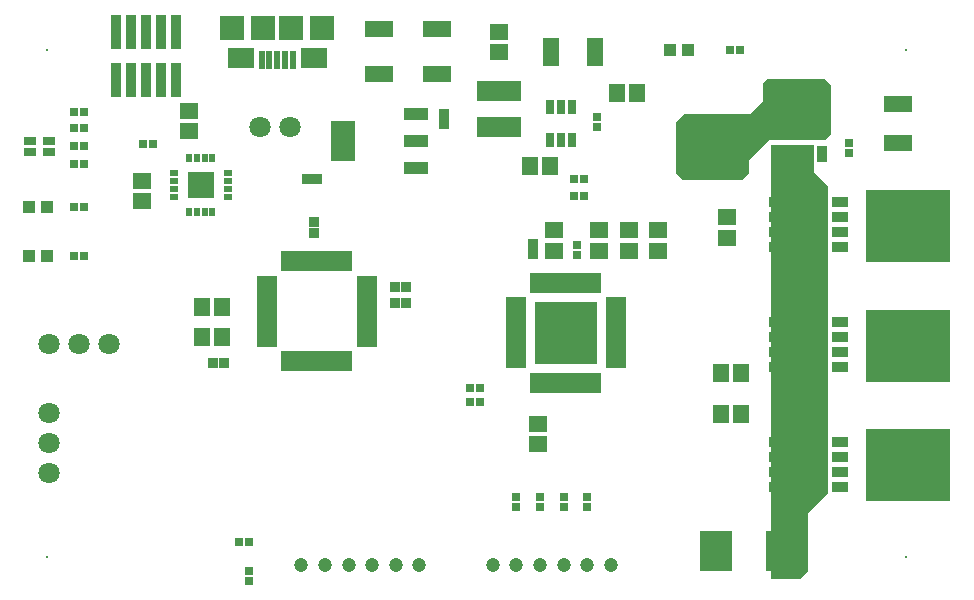
<source format=gts>
G04 Layer_Color=8388736*
%FSLAX25Y25*%
%MOIN*%
G70*
G01*
G75*
%ADD61R,0.03162X0.02965*%
%ADD62R,0.03202X0.05800*%
%ADD63R,0.16194X0.15800*%
%ADD64R,0.05524X0.06312*%
%ADD65R,0.06312X0.05524*%
%ADD66R,0.28359X0.24422*%
%ADD67R,0.03241X0.03398*%
%ADD68R,0.03398X0.03241*%
%ADD69R,0.09265X0.05800*%
%ADD70R,0.08083X0.04343*%
%ADD71R,0.08083X0.13398*%
%ADD72R,0.14973X0.06706*%
%ADD73R,0.05800X0.09265*%
%ADD74R,0.02375X0.06115*%
%ADD75R,0.02375X0.06135*%
%ADD76R,0.09068X0.07099*%
%ADD77R,0.07887X0.08280*%
%ADD78R,0.08280X0.08280*%
%ADD79R,0.02965X0.03162*%
%ADD80R,0.03162X0.04737*%
%ADD81R,0.03950X0.02965*%
%ADD82R,0.02768X0.01981*%
%ADD83R,0.01981X0.02768*%
%ADD84R,0.09068X0.09068*%
%ADD85R,0.03950X0.03950*%
%ADD86R,0.01981X0.06509*%
%ADD87R,0.06509X0.01981*%
%ADD88R,0.10642X0.13202*%
%ADD89R,0.21154X0.21154*%
%ADD90R,0.05800X0.03202*%
%ADD91R,0.15800X0.16194*%
%ADD92R,0.03800X0.11800*%
%ADD93C,0.07099*%
%ADD94C,0.04737*%
%ADD95C,0.00800*%
%ADD96C,0.02768*%
%ADD97C,0.03556*%
G36*
X678740Y424016D02*
X683465Y419291D01*
X683465Y316929D01*
X676772Y310236D01*
Y290945D01*
X674016Y288189D01*
X664567Y288189D01*
X664567Y433071D01*
X678740D01*
X678740Y424016D01*
D02*
G37*
G36*
X682398Y455035D02*
X684252Y453181D01*
X684252Y448425D01*
X684252Y436601D01*
X682297Y434646D01*
X663779Y434646D01*
X657087Y427953D01*
X657087Y423622D01*
X654724Y421260D01*
X635039Y421260D01*
X632677Y423622D01*
X632677Y440551D01*
X635433Y443307D01*
X657480Y443307D01*
X661909Y447736D01*
X661909Y453559D01*
X663386Y455035D01*
X682398Y455035D01*
D02*
G37*
D61*
X455020Y433465D02*
D03*
X458366D02*
D03*
X435532Y432677D02*
D03*
X432185D02*
D03*
X435532Y426772D02*
D03*
X432185D02*
D03*
X598622Y421654D02*
D03*
X601968D02*
D03*
X564075Y351969D02*
D03*
X567421D02*
D03*
X564075Y347441D02*
D03*
X567421D02*
D03*
X435532Y438583D02*
D03*
X432185D02*
D03*
X435532Y412205D02*
D03*
X432185D02*
D03*
X435532Y444095D02*
D03*
X432185D02*
D03*
X654035Y464567D02*
D03*
X650689D02*
D03*
X435532Y396063D02*
D03*
X432185D02*
D03*
X602067Y416142D02*
D03*
X598721D02*
D03*
X490551Y300787D02*
D03*
X487205D02*
D03*
D62*
X666409Y430035D02*
D03*
X681410D02*
D03*
X671410D02*
D03*
X676409D02*
D03*
X666409Y451059D02*
D03*
X681410D02*
D03*
X671410D02*
D03*
X676409D02*
D03*
D63*
X673910Y443035D02*
D03*
D64*
X647598Y356929D02*
D03*
X654291D02*
D03*
X474606Y379134D02*
D03*
X481299D02*
D03*
X584055Y425984D02*
D03*
X590748D02*
D03*
X619882Y450394D02*
D03*
X613189D02*
D03*
X474606Y368898D02*
D03*
X481299D02*
D03*
X647598Y343386D02*
D03*
X654291D02*
D03*
D65*
X616929Y397835D02*
D03*
Y404528D02*
D03*
X586614Y333268D02*
D03*
Y339961D02*
D03*
X626772Y404528D02*
D03*
Y397835D02*
D03*
X607087Y397835D02*
D03*
Y404528D02*
D03*
X573622Y470669D02*
D03*
Y463976D02*
D03*
X454724Y414370D02*
D03*
Y421063D02*
D03*
X470472Y444291D02*
D03*
Y437598D02*
D03*
X592126Y397835D02*
D03*
Y404528D02*
D03*
X649606Y402165D02*
D03*
Y408858D02*
D03*
D66*
X710236Y406055D02*
D03*
Y326378D02*
D03*
Y366173D02*
D03*
D67*
X512008Y407244D02*
D03*
Y403780D02*
D03*
X555512Y443465D02*
D03*
Y440000D02*
D03*
X585039Y396693D02*
D03*
Y400157D02*
D03*
D68*
X542677Y380315D02*
D03*
X539213D02*
D03*
X482047Y360236D02*
D03*
X478583D02*
D03*
X513150Y421654D02*
D03*
X509685D02*
D03*
X539213Y385827D02*
D03*
X542677D02*
D03*
D69*
X533858Y471654D02*
D03*
Y456693D02*
D03*
X553150Y471654D02*
D03*
Y456693D02*
D03*
X706693Y446713D02*
D03*
Y433602D02*
D03*
D70*
X545965Y425197D02*
D03*
Y434252D02*
D03*
Y443307D02*
D03*
D71*
X521752Y434252D02*
D03*
D72*
X573622Y438882D02*
D03*
Y450882D02*
D03*
D73*
X605905Y464067D02*
D03*
X590945D02*
D03*
D74*
X504921Y461417D02*
D03*
X499803D02*
D03*
X494685D02*
D03*
X497244D02*
D03*
D75*
X502362D02*
D03*
D76*
X512008Y461909D02*
D03*
X487598Y461909D02*
D03*
D77*
X514764Y471949D02*
D03*
X484842Y471949D02*
D03*
D78*
X504528Y471949D02*
D03*
X495079D02*
D03*
D79*
X606299Y442224D02*
D03*
Y438878D02*
D03*
X595276Y315846D02*
D03*
Y312500D02*
D03*
X587402Y315846D02*
D03*
Y312500D02*
D03*
X579528Y315846D02*
D03*
Y312500D02*
D03*
X603150Y315846D02*
D03*
Y312500D02*
D03*
X490551Y287697D02*
D03*
Y291043D02*
D03*
X599606Y399705D02*
D03*
Y396358D02*
D03*
X690551Y433563D02*
D03*
Y430217D02*
D03*
D80*
X590748Y445669D02*
D03*
X594488D02*
D03*
X598228D02*
D03*
Y434842D02*
D03*
X594488D02*
D03*
X590748D02*
D03*
D81*
X417323Y434252D02*
D03*
X423622D02*
D03*
X417323Y430709D02*
D03*
X423622D02*
D03*
D82*
X483268Y415846D02*
D03*
Y418405D02*
D03*
Y420965D02*
D03*
Y423524D02*
D03*
X465551D02*
D03*
Y420965D02*
D03*
Y418405D02*
D03*
Y415846D02*
D03*
D83*
X478248Y428543D02*
D03*
X475689D02*
D03*
X473130D02*
D03*
X470571D02*
D03*
Y410827D02*
D03*
X473130D02*
D03*
X475689D02*
D03*
X478248D02*
D03*
D84*
X474409Y419685D02*
D03*
D85*
X423032Y412402D02*
D03*
X417126D02*
D03*
X636811Y464567D02*
D03*
X630905D02*
D03*
X423032Y396063D02*
D03*
X417126D02*
D03*
D86*
X502165Y394193D02*
D03*
X504134D02*
D03*
X506102D02*
D03*
X508071D02*
D03*
X510039D02*
D03*
X512008D02*
D03*
X513976D02*
D03*
X515945D02*
D03*
X517913D02*
D03*
X519882D02*
D03*
X521850D02*
D03*
X523819D02*
D03*
Y360925D02*
D03*
X521850D02*
D03*
X519882D02*
D03*
X517913D02*
D03*
X515945D02*
D03*
X513976D02*
D03*
X512008D02*
D03*
X510039D02*
D03*
X508071D02*
D03*
X506102D02*
D03*
X504134D02*
D03*
X502165D02*
D03*
X585236Y353839D02*
D03*
X587205D02*
D03*
X589173D02*
D03*
X591142D02*
D03*
X593110D02*
D03*
X595079D02*
D03*
X597047D02*
D03*
X599016D02*
D03*
X600984D02*
D03*
X602953D02*
D03*
X604921D02*
D03*
X606890D02*
D03*
Y387106D02*
D03*
X604921D02*
D03*
X602953D02*
D03*
X600984D02*
D03*
X599016D02*
D03*
X597047D02*
D03*
X595079D02*
D03*
X593110D02*
D03*
X591142D02*
D03*
X589173D02*
D03*
X587205D02*
D03*
X585236D02*
D03*
D87*
X529626Y388386D02*
D03*
Y386417D02*
D03*
Y384449D02*
D03*
Y382480D02*
D03*
Y380512D02*
D03*
Y378543D02*
D03*
Y376575D02*
D03*
Y374606D02*
D03*
Y372638D02*
D03*
Y370669D02*
D03*
Y368701D02*
D03*
Y366732D02*
D03*
X496358D02*
D03*
Y368701D02*
D03*
Y370669D02*
D03*
Y372638D02*
D03*
Y374606D02*
D03*
Y376575D02*
D03*
Y378543D02*
D03*
Y380512D02*
D03*
Y382480D02*
D03*
Y384449D02*
D03*
Y386417D02*
D03*
Y388386D02*
D03*
X579429Y381299D02*
D03*
Y379331D02*
D03*
Y377362D02*
D03*
Y375394D02*
D03*
Y373425D02*
D03*
Y371457D02*
D03*
Y369488D02*
D03*
Y367520D02*
D03*
Y365551D02*
D03*
Y363583D02*
D03*
Y361614D02*
D03*
Y359646D02*
D03*
X612697D02*
D03*
Y361614D02*
D03*
Y363583D02*
D03*
Y365551D02*
D03*
Y367520D02*
D03*
Y369488D02*
D03*
Y371457D02*
D03*
Y373425D02*
D03*
Y375394D02*
D03*
Y377362D02*
D03*
Y379331D02*
D03*
Y381299D02*
D03*
D88*
X646063Y297638D02*
D03*
X668110D02*
D03*
D89*
X596063Y370472D02*
D03*
D90*
X687559Y318858D02*
D03*
Y333858D02*
D03*
Y323858D02*
D03*
Y328858D02*
D03*
X666536Y318858D02*
D03*
Y333858D02*
D03*
Y323858D02*
D03*
Y328858D02*
D03*
X687559Y399055D02*
D03*
Y414055D02*
D03*
Y404055D02*
D03*
Y409055D02*
D03*
X666536Y399055D02*
D03*
Y414055D02*
D03*
Y404055D02*
D03*
Y409055D02*
D03*
X687559Y359173D02*
D03*
Y374173D02*
D03*
Y364173D02*
D03*
Y369173D02*
D03*
X666536Y359173D02*
D03*
Y374173D02*
D03*
Y364173D02*
D03*
Y369173D02*
D03*
D91*
X674559Y326358D02*
D03*
Y406555D02*
D03*
Y366673D02*
D03*
D92*
X446024Y454724D02*
D03*
X451024D02*
D03*
X456024D02*
D03*
X461024D02*
D03*
X466024D02*
D03*
Y470709D02*
D03*
X461024D02*
D03*
X456024D02*
D03*
X451024D02*
D03*
X446024D02*
D03*
D93*
X423622Y323701D02*
D03*
Y333701D02*
D03*
Y343701D02*
D03*
X504095Y438976D02*
D03*
X494095D02*
D03*
X423858Y366535D02*
D03*
X433858D02*
D03*
X443858D02*
D03*
D94*
X611024Y292913D02*
D03*
X595276D02*
D03*
X587402D02*
D03*
X579528D02*
D03*
X603150D02*
D03*
X571654D02*
D03*
X547244D02*
D03*
X531496D02*
D03*
X523622D02*
D03*
X515748D02*
D03*
X539370D02*
D03*
X507874D02*
D03*
D95*
X423228Y464567D02*
D03*
Y295669D02*
D03*
X709449D02*
D03*
Y464567D02*
D03*
D96*
X476575Y417520D02*
D03*
X472244D02*
D03*
X476575Y421850D02*
D03*
X472244D02*
D03*
D97*
X587402Y379134D02*
D03*
X591732D02*
D03*
X596063D02*
D03*
X600394D02*
D03*
X604724D02*
D03*
X587402Y374803D02*
D03*
X591732D02*
D03*
X596063D02*
D03*
X600394D02*
D03*
X604724D02*
D03*
X587402Y370472D02*
D03*
X591732D02*
D03*
X596063D02*
D03*
X600394D02*
D03*
X604724D02*
D03*
X587402Y366142D02*
D03*
X591732D02*
D03*
X596063D02*
D03*
X600394D02*
D03*
X604724D02*
D03*
X587402Y361811D02*
D03*
X591732D02*
D03*
X596063D02*
D03*
X600394D02*
D03*
X604724D02*
D03*
M02*

</source>
